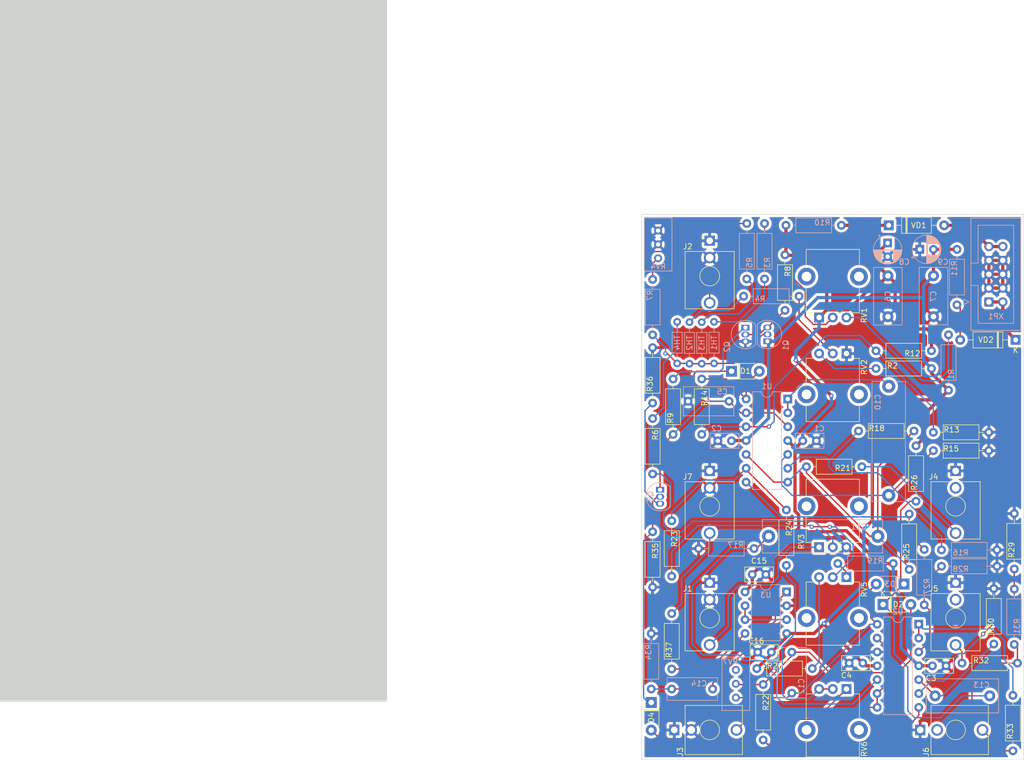
<source format=kicad_pcb>
(kicad_pcb (version 20211014) (generator pcbnew)

  (general
    (thickness 1.6)
  )

  (paper "A4")
  (layers
    (0 "F.Cu" signal)
    (31 "B.Cu" signal)
    (32 "B.Adhes" user "B.Adhesive")
    (33 "F.Adhes" user "F.Adhesive")
    (34 "B.Paste" user)
    (35 "F.Paste" user)
    (36 "B.SilkS" user "B.Silkscreen")
    (37 "F.SilkS" user "F.Silkscreen")
    (38 "B.Mask" user)
    (39 "F.Mask" user)
    (40 "Dwgs.User" user "User.Drawings")
    (41 "Cmts.User" user "User.Comments")
    (42 "Eco1.User" user "User.Eco1")
    (43 "Eco2.User" user "User.Eco2")
    (44 "Edge.Cuts" user)
    (45 "Margin" user)
    (46 "B.CrtYd" user "B.Courtyard")
    (47 "F.CrtYd" user "F.Courtyard")
    (48 "B.Fab" user)
    (49 "F.Fab" user)
    (50 "User.1" user)
    (51 "User.2" user)
    (52 "User.3" user)
    (53 "User.4" user)
    (54 "User.5" user)
    (55 "User.6" user)
    (56 "User.7" user)
    (57 "User.8" user)
    (58 "User.9" user)
  )

  (setup
    (stackup
      (layer "F.SilkS" (type "Top Silk Screen"))
      (layer "F.Paste" (type "Top Solder Paste"))
      (layer "F.Mask" (type "Top Solder Mask") (thickness 0.01))
      (layer "F.Cu" (type "copper") (thickness 0.035))
      (layer "dielectric 1" (type "core") (thickness 1.51) (material "FR4") (epsilon_r 4.5) (loss_tangent 0.02))
      (layer "B.Cu" (type "copper") (thickness 0.035))
      (layer "B.Mask" (type "Bottom Solder Mask") (thickness 0.01))
      (layer "B.Paste" (type "Bottom Solder Paste"))
      (layer "B.SilkS" (type "Bottom Silk Screen"))
      (copper_finish "None")
      (dielectric_constraints no)
    )
    (pad_to_mask_clearance 0)
    (pcbplotparams
      (layerselection 0x00010fc_ffffffff)
      (disableapertmacros false)
      (usegerberextensions false)
      (usegerberattributes true)
      (usegerberadvancedattributes true)
      (creategerberjobfile true)
      (svguseinch false)
      (svgprecision 6)
      (excludeedgelayer true)
      (plotframeref false)
      (viasonmask true)
      (mode 1)
      (useauxorigin true)
      (hpglpennumber 1)
      (hpglpenspeed 20)
      (hpglpendiameter 15.000000)
      (dxfpolygonmode true)
      (dxfimperialunits true)
      (dxfusepcbnewfont true)
      (psnegative false)
      (psa4output false)
      (plotreference true)
      (plotvalue true)
      (plotinvisibletext false)
      (sketchpadsonfab false)
      (subtractmaskfromsilk false)
      (outputformat 1)
      (mirror false)
      (drillshape 0)
      (scaleselection 1)
      (outputdirectory "./gerbers")
    )
  )

  (net 0 "")
  (net 1 "+12V")
  (net 2 "GNDREF")
  (net 3 "-12V")
  (net 4 "Net-(C5-Pad1)")
  (net 5 "Net-(C10-Pad1)")
  (net 6 "Net-(C10-Pad2)")
  (net 7 "Net-(C11-Pad1)")
  (net 8 "Net-(C11-Pad2)")
  (net 9 "Net-(C12-Pad1)")
  (net 10 "Net-(C12-Pad2)")
  (net 11 "Net-(C13-Pad1)")
  (net 12 "Net-(C13-Pad2)")
  (net 13 "Net-(D1-Pad2)")
  (net 14 "Net-(D2-Pad2)")
  (net 15 "Net-(C14-Pad1)")
  (net 16 "Net-(Q1-Pad3)")
  (net 17 "Net-(Q2-Pad1)")
  (net 18 "Net-(R1-Pad1)")
  (net 19 "Net-(R2-Pad1)")
  (net 20 "Net-(R3-Pad1)")
  (net 21 "Net-(R3-Pad2)")
  (net 22 "Net-(R4-Pad1)")
  (net 23 "Net-(R4-Pad2)")
  (net 24 "Net-(R5-Pad1)")
  (net 25 "Net-(J2-PadT)")
  (net 26 "Net-(R6-Pad1)")
  (net 27 "Net-(R6-Pad2)")
  (net 28 "Net-(R7-Pad2)")
  (net 29 "Net-(R10-Pad1)")
  (net 30 "Net-(R11-Pad2)")
  (net 31 "Net-(R12-Pad2)")
  (net 32 "Net-(R16-Pad1)")
  (net 33 "Net-(R19-Pad2)")
  (net 34 "Net-(R20-Pad1)")
  (net 35 "Net-(J4-PadT)")
  (net 36 "Net-(R23-Pad1)")
  (net 37 "Net-(R23-Pad2)")
  (net 38 "Net-(R24-Pad2)")
  (net 39 "Net-(R25-Pad2)")
  (net 40 "Net-(R27-Pad2)")
  (net 41 "Net-(R29-Pad1)")
  (net 42 "Net-(R31-Pad1)")
  (net 43 "Net-(J5-PadT)")
  (net 44 "Net-(J6-PadT)")
  (net 45 "Net-(R33-Pad2)")
  (net 46 "/FM IN LVL")
  (net 47 "Net-(J3-PadT)")
  (net 48 "unconnected-(RV7-Pad1)")
  (net 49 "Net-(VD1-Pad2)")
  (net 50 "Net-(VD2-Pad1)")
  (net 51 "Net-(C14-Pad2)")
  (net 52 "Net-(D4-Pad1)")
  (net 53 "unconnected-(J4-PadTN)")
  (net 54 "unconnected-(J5-PadTN)")
  (net 55 "unconnected-(J6-PadTN)")
  (net 56 "Net-(J7-PadT)")
  (net 57 "Net-(Q1-Pad2)")
  (net 58 "Net-(Q3-Pad3)")
  (net 59 "Net-(R37-Pad1)")
  (net 60 "Net-(U3-Pad3)")

  (footprint "Capacitor_THT:C_Disc_D5.0mm_W2.5mm_P2.50mm" (layer "F.Cu") (at 41.25 94.25))

  (footprint "SynthMages:Jack_3.5mm_QingPu_WQP-PJ398SM_Vertical_CircularHoles_Socket_Centered" (layer "F.Cu") (at 32.45 88))

  (footprint "Resistor_THT:R_Axial_DIN0207_L6.3mm_D2.5mm_P10.16mm_Horizontal" (layer "F.Cu") (at 42.25 100.17 -90))

  (footprint "SynthMages:Potentiometer_Alpha_RD901F-40-00D_Single_Vertical_CircularHoles_Shaft_Centered" (layer "F.Cu") (at 55 47 -90))

  (footprint "Resistor_THT:R_Axial_DIN0207_L6.3mm_D2.5mm_P10.16mm_Horizontal" (layer "F.Cu") (at 60.33 60.25 180))

  (footprint "SynthMages:Jack_3.5mm_QingPu_WQP-PJ398SM_Vertical_CircularHoles_Socket_Centered" (layer "F.Cu") (at 77.5 88))

  (footprint "Resistor_THT:R_Axial_DIN0207_L6.3mm_D2.5mm_P10.16mm_Horizontal" (layer "F.Cu") (at 22 51.42 -90))

  (footprint "SynthMages:Jack_3.5mm_QingPu_WQP-PJ398SM_Vertical_CircularHoles_Socket_Centered" (layer "F.Cu") (at 32.45 67.5))

  (footprint "Resistor_THT:R_Axial_DIN0207_L6.3mm_D2.5mm_P10.16mm_Horizontal" (layer "F.Cu") (at 78.67 96.25))

  (footprint "SynthMages:Jack_3.5mm_QingPu_WQP-PJ398SM_Vertical_CircularHoles_Socket_Centered" (layer "F.Cu") (at 77.5 108.5 90))

  (footprint "SynthMages:Jack_3.5mm_QingPu_WQP-PJ398SM_Vertical_CircularHoles_Socket_Centered" (layer "F.Cu") (at 32.45 25.3))

  (footprint "Resistor_THT:R_Axial_DIN0207_L6.3mm_D2.5mm_P10.16mm_Horizontal" (layer "F.Cu") (at 46.5 68.17 -90))

  (footprint "Resistor_THT:R_Axial_DIN0207_L6.3mm_D2.5mm_P10.16mm_Horizontal" (layer "F.Cu") (at 88 112.33 90))

  (footprint "Resistor_THT:R_Axial_DIN0207_L6.3mm_D2.5mm_P10.16mm_Horizontal" (layer "F.Cu") (at 88.25 79 90))

  (footprint "Capacitor_THT:C_Disc_D5.0mm_W2.5mm_P2.50mm" (layer "F.Cu") (at 40.25 80))

  (footprint "Capacitor_THT:C_Disc_D5.0mm_W2.5mm_P2.50mm" (layer "F.Cu") (at 58 96.25))

  (footprint "Resistor_THT:R_Axial_DIN0207_L6.3mm_D2.5mm_P10.16mm_Horizontal" (layer "F.Cu") (at 73.42 57.3))

  (footprint "SynthMages:Potentiometer_Alpha_RD901F-40-00D_Single_Vertical_CircularHoles_Shaft_Centered" (layer "F.Cu") (at 55 88 -90))

  (footprint "Resistor_THT:R_Axial_DIN0207_L6.3mm_D2.5mm_P10.16mm_Horizontal" (layer "F.Cu") (at 73.08 39 180))

  (footprint "Diode_THT:D_A-405_P10.16mm_Horizontal" (layer "F.Cu") (at 88.5 37 180))

  (footprint "Capacitor_THT:C_Disc_D5.0mm_W2.5mm_P2.50mm" (layer "F.Cu") (at 73.25 96.75))

  (footprint "Diode_THT:D_T-1_P5.08mm_Horizontal" (layer "F.Cu") (at 64.21 85.5))

  (footprint "SynthMages:Jack_3.5mm_QingPu_WQP-PJ398SM_Vertical_CircularHoles_Socket_Centered" (layer "F.Cu") (at 32.45 108.5 90))

  (footprint "Resistor_THT:R_Axial_DIN0207_L6.3mm_D2.5mm_P10.16mm_Horizontal" (layer "F.Cu") (at 22 48.58 90))

  (footprint "Diode_THT:D_T-1_P5.08mm_Horizontal" (layer "F.Cu") (at 36.46 42.75))

  (footprint "Resistor_THT:R_Axial_DIN0207_L6.3mm_D2.5mm_P10.16mm_Horizontal" (layer "F.Cu") (at 62.92 42.25))

  (footprint "Resistor_THT:R_Axial_DIN0207_L6.3mm_D2.5mm_P10.16mm_Horizontal" (layer "F.Cu") (at 25.5 97.33 90))

  (footprint "Resistor_THT:R_Axial_DIN0207_L6.3mm_D2.5mm_P10.16mm_Horizontal" (layer "F.Cu") (at 22 72.17 -90))

  (footprint "SynthMages:Potentiometer_Alpha_RD901F-40-00D_Single_Vertical_CircularHoles_Shaft_Centered" (layer "F.Cu") (at 55 25.4 90))

  (footprint "Resistor_THT:R_Axial_DIN0207_L6.3mm_D2.5mm_P10.16mm_Horizontal" (layer "F.Cu") (at 84.5 92.75 90))

  (footprint "Resistor_THT:R_Axial_DIN0207_L6.3mm_D2.5mm_P10.16mm_Horizontal" (layer "F.Cu") (at 51.25 97.25 180))

  (footprint "Resistor_THT:R_Axial_DIN0207_L6.3mm_D2.5mm_P10.16mm_Horizontal" (layer "F.Cu") (at 46.25 21.42 -90))

  (footprint "Diode_THT:D_T-1_P5.08mm_Horizontal" (layer "F.Cu") (at 21.75 103.46 -90))

  (footprint "Resistor_THT:R_Axial_DIN0207_L6.3mm_D2.5mm_P10.16mm_Horizontal" (layer "F.Cu") (at 73.42 53.95))

  (footprint "Resistor_THT:R_Axial_DIN0207_L6.3mm_D2.5mm_P10.16mm_Horizontal" (layer "F.Cu") (at 69 79.08 90))

  (footprint "SynthMages:Potentiometer_Alpha_RD901F-40-00D_Single_Vertical_CircularHoles_Shaft_Centered" (layer "F.Cu") (at 55 67.5 90))

  (footprint "Resistor_THT:R_Axial_DIN0207_L6.3mm_D2.5mm_P10.16mm_Horizontal" (layer "F.Cu") (at 25.75 54.33 90))

  (footprint "Resistor_THT:R_Axial_DIN0207_L6.3mm_D2.5mm_P10.16mm_Horizontal" (layer "F.Cu") (at 25.5 70.17 -90))

  (footprint "Resistor_THT:R_Axial_DIN0207_L6.3mm_D2.5mm_P10.16mm_Horizontal" (layer "F.Cu") (at 70.25 66.58 90))

  (footprint "Resistor_THT:R_Axial_DIN0207_L6.3mm_D2.5mm_P10.16mm_Horizontal" (layer "F.Cu") (at 59.72 53.7))

  (footprint "Resistor_THT:R_Axial_DIN0207_L6.3mm_D2.5mm_P10.16mm_Horizontal" (layer "F.Cu") (at 31 44.17 -90))

  (footprint "Diode_THT:D_A-405_P10.16mm_Horizontal" (layer "F.Cu") (at 65.25 16))

  (footprint "SynthMages:Jack_3.5mm_QingPu_WQP-PJ398SM_Vertical_CircularHoles_Socket_Centered" (layer "F.Cu") (at 77.5 67.5))

  (footprint "SynthMages:Potentiometer_Alpha_RD901F-40-00D_Single_Vertical_CircularHoles_Shaft_Centered" (layer "F.Cu") (at 55 108.5 -90))

  (footprint "Resistor_THT:R_Axial_DIN0207_L6.3mm_D2.5mm_P10.16mm_Horizontal" (layer "B.Cu") (at 76.2 36.07 -90))

  (footprint "Resistor_THT:R_Axial_DIN0207_L6.3mm_D2.5mm_P10.16mm_Horizontal" (layer "B.Cu") (at 39.25 25.83 90))

  (footprint "Resistor_THT:R_Axial_DIN0207_L6.3mm_D2.5mm_P10.16mm_Horizontal" (layer "B.Cu")
    (tedit 5AE5139B) (tstamp 0c837902-bf83-4254-85c2-fda7daaea1d4)
    (at 40.58 75.25 180)
    (descr "Resistor, Axial_DIN0207 series, Axial, Horizontal, pin pitch=10.16mm, 0.25W = 1/4W, length*diameter=6.3*2.5mm^2, http://cdn-reichelt.de/documents/datenblatt/B400/1_4W%23YAG.pdf")
    (tags "Resistor Axial_DIN0207 series Axial Horizontal pin pitch 10.16mm 0.25W = 1/4W length 6.3mm diameter 2.5mm")
    (property "Sheetfile" "Fireball.kicad_sch")
    (property "Sheetname" "")
    (path "/e4244882-a002-400e-ad47-17508aca0954")
    (attr through_hole)
    (fp_text reference "R17" (at 3.366311 0.619389) (layer "B.SilkS")
      (effects (font (size 1 1) (thickness 0.15)) (justify mirror))
      (tstamp 95c08a97-b64c-4e5d-a00a-71700a91281d)
    )
    (fp_text value "~200K" (at 5.855113 -0.59) (layer "B.Fab")
      (effects (font (size 1 1) (thickness 0.15)) (justify mirror))
      (tstamp 58f35d89-2abb-4e8d-b756-ddcefe8a33cc)
    )
    (fp_text user "${REFERENCE}" (at 3.355113 0.66) (layer "B.Fab")
      (effects (font (size 1 1) (thickness 0.15)) (justify mirror))
      (tstamp d9f5ba6a-5686-4ddb-a4a1-334ce919e266)
    )
    (fp_line (start 8.35 1.37) (end 1.81 1.37) (layer "B.SilkS") (width 0.12) (tstamp 40e478c0-229e-42e1-af7f-44ea81102e84))
    (fp_line (start 1.81 -1.37) (end 8.35 -1.37) (layer "B.SilkS") (width 0.12) (tstamp 58551fc5-4fec-40eb-8bb5-77e18673da19))
    (fp_line (start 9.12 0) (end 8.35 0) (layer "B.SilkS") (width 0.12) (tstamp 68c47795-98d3-40aa-9441-b55e16ffcf5f))
    (fp_line (start 1.04 0) (end 1.81 0) (layer "B.SilkS") (width 0.12) (tstamp 6bb07254-6067-40b8-94ca-b4ee93178ebf))
    (fp_line (start 8.35 -1.37) (end 8.35 1.37) (layer "B.SilkS") (width 0.12) (tstamp 8856ef3c-9e61-46a4-a555-ef0ca59efc85))
    (fp_line (start 1.81 1.37) (end 1.81 -1.37) (layer "B.SilkS") (width 0.12) (tstamp e5d778b0-c861-4795-9770-78e91805ae24))
    (fp_line (start -1.05 -1.5) (end 11.21 -1.5) (layer "B.CrtYd") (width 0.05) (tstamp 09cad033-31d1-4882-a20e-08bc4991fcbd))
    (fp_line (start 11.21 -1.5) (end 11.21 1.5) (layer "B.CrtYd") (width 0.05) (tstamp 32fca1e3-aa3b-40ee-bf25-343c750297bd))
    (fp_line (start -1.05 1.5) (end -1.05 -1.5) (layer "B.CrtYd") (width 0.05) (tstamp 39cca560-02df-4afb-a821-badb2d037b12))
    (fp_line (start 11.21 1.5) (end -1.05 1.5) (layer "B.CrtYd") (width 0.05) (tstamp 70cae5b6-9411-4ba0-933a-3e6c0d7031d6))
    (fp_line (start 8.23 -1.25) (end 8.23 1.25) (layer "B.Fab") (width 0.1) (tstamp 029da506-239d-4236-b999-32809a69bf23))
    (fp_line (start 0 0) (end 1.93 0) (layer "B.Fab") (width 0.1) (tstamp 09af5323-385a-4b9b-9a3f-1f4f5990db2d))
    (fp_line (start 1.93 -1.25) (end 8.23 -1.25) (layer "B.Fab") (width 0.1) (tstamp 7048622c-ed6b-4302-8560-f72bbc3c9613))
    (fp_line (start 1.93 1.25) (end 1.93 -1.25) (layer "B.Fab") (width 0.1) (tstamp 9b6ce6fb-f43e-4c82-b3b2-a83bd28d3990))
    (fp_line (start 10.16 0) (end 8.23 0) (layer "B.Fab") (width 0.1) (tstamp c02e01a6-bce7-4c69-9cbc-1040836b2fe2))
    (fp_line (start 8.23 1.25) (end 1.93 1.25) (layer "B.Fab") (width 0.1) (tstamp ce30bb47-4c7e-4cf6-a865-5a7eaa641f5f))
    (pad "1" thru_hole circle (at 0 0 180) (size 1.6 1.6) (drill 0.8) (layers *.Cu *.Mask)
      (net 8 "Net-(C11-Pad2)") (pintype "pas
... [1482278 chars truncated]
</source>
